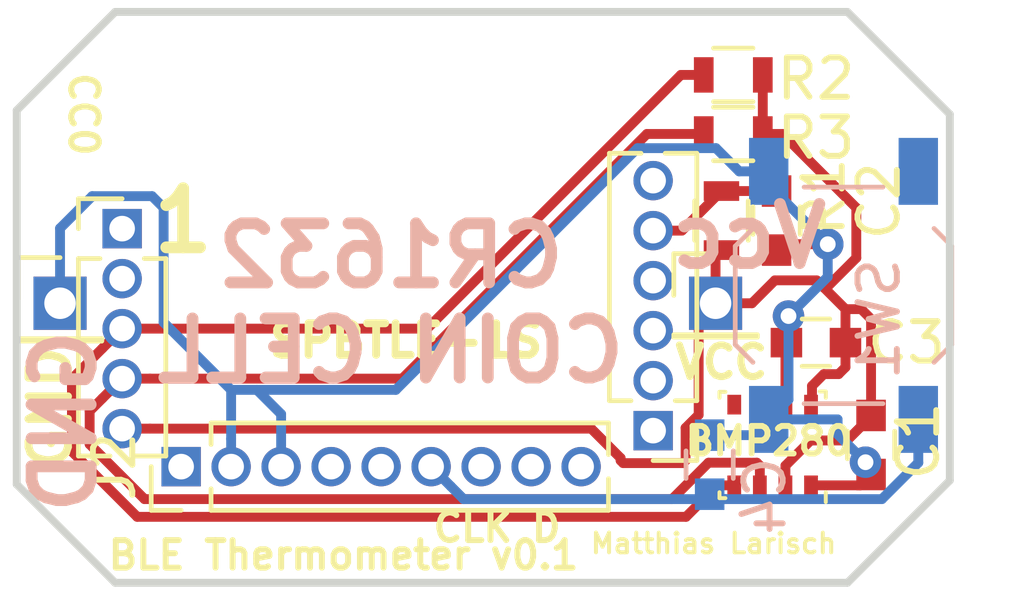
<source format=kicad_pcb>
(kicad_pcb (version 4) (host pcbnew 4.0.7)

  (general
    (links 0)
    (no_connects 3)
    (area 105.299999 107.399999 129.200001 122.100001)
    (thickness 1.6)
    (drawings 25)
    (tracks 113)
    (zones 0)
    (modules 14)
    (nets 7)
  )

  (page A4)
  (layers
    (0 F.Cu signal)
    (31 B.Cu signal)
    (32 B.Adhes user)
    (33 F.Adhes user)
    (34 B.Paste user)
    (35 F.Paste user)
    (36 B.SilkS user)
    (37 F.SilkS user)
    (38 B.Mask user)
    (39 F.Mask user)
    (40 Dwgs.User user)
    (41 Cmts.User user)
    (42 Eco1.User user)
    (43 Eco2.User user)
    (44 Edge.Cuts user)
    (45 Margin user)
    (46 B.CrtYd user)
    (47 F.CrtYd user)
    (48 B.Fab user hide)
    (49 F.Fab user hide)
  )

  (setup
    (last_trace_width 0.25)
    (trace_clearance 0.2)
    (zone_clearance 0.508)
    (zone_45_only no)
    (trace_min 0.2)
    (segment_width 0.2)
    (edge_width 0.2)
    (via_size 0.8)
    (via_drill 0.4)
    (via_min_size 0.4)
    (via_min_drill 0.3)
    (uvia_size 0.3)
    (uvia_drill 0.1)
    (uvias_allowed no)
    (uvia_min_size 0.2)
    (uvia_min_drill 0.1)
    (pcb_text_width 0.3)
    (pcb_text_size 1.5 1.5)
    (mod_edge_width 0.15)
    (mod_text_size 1 1)
    (mod_text_width 0.15)
    (pad_size 1.35 1.35)
    (pad_drill 0.8)
    (pad_to_mask_clearance 0.2)
    (aux_axis_origin 0 0)
    (visible_elements FFFFFF7F)
    (pcbplotparams
      (layerselection 0x010f0_80000001)
      (usegerberextensions false)
      (excludeedgelayer true)
      (linewidth 0.100000)
      (plotframeref false)
      (viasonmask false)
      (mode 1)
      (useauxorigin false)
      (hpglpennumber 1)
      (hpglpenspeed 20)
      (hpglpendiameter 15)
      (hpglpenoverlay 2)
      (psnegative false)
      (psa4output false)
      (plotreference true)
      (plotvalue true)
      (plotinvisibletext false)
      (padsonsilk false)
      (subtractmaskfromsilk false)
      (outputformat 1)
      (mirror false)
      (drillshape 0)
      (scaleselection 1)
      (outputdirectory out/))
  )

  (net 0 "")
  (net 1 VCC)
  (net 2 GND)
  (net 3 RESET_N)
  (net 4 "Net-(C4-Pad1)")
  (net 5 SCL)
  (net 6 SDA)

  (net_class Default "Dies ist die voreingestellte Netzklasse."
    (clearance 0.2)
    (trace_width 0.25)
    (via_dia 0.8)
    (via_drill 0.4)
    (uvia_dia 0.3)
    (uvia_drill 0.1)
    (add_net GND)
    (add_net "Net-(C4-Pad1)")
    (add_net RESET_N)
    (add_net SCL)
    (add_net SDA)
    (add_net VCC)
  )

  (module Pin_Headers:Pin_Header_Straight_1x05_Pitch1.27mm (layer F.Cu) (tedit 5AA54258) (tstamp 5AB9921C)
    (at 108.077 113.0046)
    (descr "Through hole straight pin header, 1x05, 1.27mm pitch, single row")
    (tags "Through hole pin header THT 1x05 1.27mm single row")
    (path /5AA41212)
    (fp_text reference J1 (at 0 -1.695) (layer F.SilkS) hide
      (effects (font (size 1 1) (thickness 0.15)))
    )
    (fp_text value Conn_01x05 (at 0 6.775) (layer F.Fab)
      (effects (font (size 1 1) (thickness 0.15)))
    )
    (fp_line (start -0.525 -0.635) (end 1.05 -0.635) (layer F.Fab) (width 0.1))
    (fp_line (start 1.05 -0.635) (end 1.05 5.715) (layer F.Fab) (width 0.1))
    (fp_line (start 1.05 5.715) (end -1.05 5.715) (layer F.Fab) (width 0.1))
    (fp_line (start -1.05 5.715) (end -1.05 -0.11) (layer F.Fab) (width 0.1))
    (fp_line (start -1.05 -0.11) (end -0.525 -0.635) (layer F.Fab) (width 0.1))
    (fp_line (start -1.11 5.775) (end -0.30753 5.775) (layer F.SilkS) (width 0.12))
    (fp_line (start 0.30753 5.775) (end 1.11 5.775) (layer F.SilkS) (width 0.12))
    (fp_line (start -1.11 0.76) (end -1.11 5.775) (layer F.SilkS) (width 0.12))
    (fp_line (start 1.11 0.76) (end 1.11 5.775) (layer F.SilkS) (width 0.12))
    (fp_line (start -1.11 0.76) (end -0.563471 0.76) (layer F.SilkS) (width 0.12))
    (fp_line (start 0.563471 0.76) (end 1.11 0.76) (layer F.SilkS) (width 0.12))
    (fp_line (start -1.11 0) (end -1.11 -0.76) (layer F.SilkS) (width 0.12))
    (fp_line (start -1.11 -0.76) (end 0 -0.76) (layer F.SilkS) (width 0.12))
    (fp_line (start -1.55 -1.15) (end -1.55 6.25) (layer F.CrtYd) (width 0.05))
    (fp_line (start -1.55 6.25) (end 1.55 6.25) (layer F.CrtYd) (width 0.05))
    (fp_line (start 1.55 6.25) (end 1.55 -1.15) (layer F.CrtYd) (width 0.05))
    (fp_line (start 1.55 -1.15) (end -1.55 -1.15) (layer F.CrtYd) (width 0.05))
    (fp_text user %R (at 0 2.54 90) (layer F.Fab)
      (effects (font (size 1 1) (thickness 0.15)))
    )
    (pad 1 thru_hole rect (at 0 0) (size 1 1) (drill 0.65) (layers *.Cu *.Mask))
    (pad 2 thru_hole oval (at 0 1.27) (size 1 1) (drill 0.65) (layers *.Cu *.Mask))
    (pad 3 thru_hole oval (at 0 2.54) (size 1 1) (drill 0.65) (layers *.Cu *.Mask)
      (net 5 SCL))
    (pad 4 thru_hole oval (at 0 3.81) (size 1 1) (drill 0.65) (layers *.Cu *.Mask)
      (net 6 SDA))
    (pad 5 thru_hole oval (at 0 5.08) (size 1 1) (drill 0.65) (layers *.Cu *.Mask)
      (net 1 VCC))
    (model ${KISYS3DMOD}/Pin_Headers.3dshapes/Pin_Header_Straight_1x05_Pitch1.27mm.wrl
      (at (xyz 0 0 0))
      (scale (xyz 1 1 1))
      (rotate (xyz 0 0 0))
    )
  )

  (module Pin_Headers:Pin_Header_Straight_1x09_Pitch1.27mm (layer F.Cu) (tedit 59650535) (tstamp 5AB99236)
    (at 109.5756 119.0498 90)
    (descr "Through hole straight pin header, 1x09, 1.27mm pitch, single row")
    (tags "Through hole pin header THT 1x09 1.27mm single row")
    (path /5AA41191)
    (fp_text reference J2 (at 0 -1.695 90) (layer F.SilkS)
      (effects (font (size 1 1) (thickness 0.15)))
    )
    (fp_text value Conn_01x09 (at 0 11.855 90) (layer F.Fab)
      (effects (font (size 1 1) (thickness 0.15)))
    )
    (fp_line (start -0.525 -0.635) (end 1.05 -0.635) (layer F.Fab) (width 0.1))
    (fp_line (start 1.05 -0.635) (end 1.05 10.795) (layer F.Fab) (width 0.1))
    (fp_line (start 1.05 10.795) (end -1.05 10.795) (layer F.Fab) (width 0.1))
    (fp_line (start -1.05 10.795) (end -1.05 -0.11) (layer F.Fab) (width 0.1))
    (fp_line (start -1.05 -0.11) (end -0.525 -0.635) (layer F.Fab) (width 0.1))
    (fp_line (start -1.11 10.855) (end -0.30753 10.855) (layer F.SilkS) (width 0.12))
    (fp_line (start 0.30753 10.855) (end 1.11 10.855) (layer F.SilkS) (width 0.12))
    (fp_line (start -1.11 0.76) (end -1.11 10.855) (layer F.SilkS) (width 0.12))
    (fp_line (start 1.11 0.76) (end 1.11 10.855) (layer F.SilkS) (width 0.12))
    (fp_line (start -1.11 0.76) (end -0.563471 0.76) (layer F.SilkS) (width 0.12))
    (fp_line (start 0.563471 0.76) (end 1.11 0.76) (layer F.SilkS) (width 0.12))
    (fp_line (start -1.11 0) (end -1.11 -0.76) (layer F.SilkS) (width 0.12))
    (fp_line (start -1.11 -0.76) (end 0 -0.76) (layer F.SilkS) (width 0.12))
    (fp_line (start -1.55 -1.15) (end -1.55 11.3) (layer F.CrtYd) (width 0.05))
    (fp_line (start -1.55 11.3) (end 1.55 11.3) (layer F.CrtYd) (width 0.05))
    (fp_line (start 1.55 11.3) (end 1.55 -1.15) (layer F.CrtYd) (width 0.05))
    (fp_line (start 1.55 -1.15) (end -1.55 -1.15) (layer F.CrtYd) (width 0.05))
    (fp_text user %R (at -0.254 4.9276 180) (layer F.Fab)
      (effects (font (size 1 1) (thickness 0.15)))
    )
    (pad 1 thru_hole rect (at 0 0 90) (size 1 1) (drill 0.65) (layers *.Cu *.Mask))
    (pad 2 thru_hole oval (at 0 1.27 90) (size 1 1) (drill 0.65) (layers *.Cu *.Mask)
      (net 2 GND))
    (pad 3 thru_hole oval (at 0 2.54 90) (size 1 1) (drill 0.65) (layers *.Cu *.Mask)
      (net 2 GND))
    (pad 4 thru_hole oval (at 0 3.81 90) (size 1 1) (drill 0.65) (layers *.Cu *.Mask))
    (pad 5 thru_hole oval (at 0 5.08 90) (size 1 1) (drill 0.65) (layers *.Cu *.Mask))
    (pad 6 thru_hole oval (at 0 6.35 90) (size 1 1) (drill 0.65) (layers *.Cu *.Mask)
      (net 4 "Net-(C4-Pad1)"))
    (pad 7 thru_hole oval (at 0 7.62 90) (size 1 1) (drill 0.65) (layers *.Cu *.Mask))
    (pad 8 thru_hole oval (at 0 8.89 90) (size 1 1) (drill 0.65) (layers *.Cu *.Mask))
    (pad 9 thru_hole oval (at 0 10.16 90) (size 1 1) (drill 0.65) (layers *.Cu *.Mask))
    (model ${KISYS3DMOD}/Pin_Headers.3dshapes/Pin_Header_Straight_1x09_Pitch1.27mm.wrl
      (at (xyz 0 0 0))
      (scale (xyz 1 1 1))
      (rotate (xyz 0 0 0))
    )
  )

  (module Pin_Headers:Pin_Header_Straight_1x06_Pitch1.27mm (layer F.Cu) (tedit 5AA54354) (tstamp 5AB99254)
    (at 121.5644 118.1354 180)
    (descr "Through hole straight pin header, 1x06, 1.27mm pitch, single row")
    (tags "Through hole pin header THT 1x06 1.27mm single row")
    (path /5AA418A4)
    (fp_text reference J3 (at 0 -1.695 180) (layer F.SilkS) hide
      (effects (font (size 1 1) (thickness 0.15)))
    )
    (fp_text value Conn_01x06 (at 0 8.045 180) (layer F.Fab)
      (effects (font (size 1 1) (thickness 0.15)))
    )
    (fp_line (start -0.525 -0.635) (end 1.05 -0.635) (layer F.Fab) (width 0.1))
    (fp_line (start 1.05 -0.635) (end 1.05 6.985) (layer F.Fab) (width 0.1))
    (fp_line (start 1.05 6.985) (end -1.05 6.985) (layer F.Fab) (width 0.1))
    (fp_line (start -1.05 6.985) (end -1.05 -0.11) (layer F.Fab) (width 0.1))
    (fp_line (start -1.05 -0.11) (end -0.525 -0.635) (layer F.Fab) (width 0.1))
    (fp_line (start -1.11 7.045) (end -0.30753 7.045) (layer F.SilkS) (width 0.12))
    (fp_line (start 0.30753 7.045) (end 1.11 7.045) (layer F.SilkS) (width 0.12))
    (fp_line (start -1.11 0.76) (end -1.11 7.045) (layer F.SilkS) (width 0.12))
    (fp_line (start 1.11 0.76) (end 1.11 7.045) (layer F.SilkS) (width 0.12))
    (fp_line (start -1.11 0.76) (end -0.563471 0.76) (layer F.SilkS) (width 0.12))
    (fp_line (start 0.563471 0.76) (end 1.11 0.76) (layer F.SilkS) (width 0.12))
    (fp_line (start -1.11 0) (end -1.11 -0.76) (layer F.SilkS) (width 0.12))
    (fp_line (start -1.11 -0.76) (end 0 -0.76) (layer F.SilkS) (width 0.12))
    (fp_line (start -1.55 -1.15) (end -1.55 7.5) (layer F.CrtYd) (width 0.05))
    (fp_line (start -1.55 7.5) (end 1.55 7.5) (layer F.CrtYd) (width 0.05))
    (fp_line (start 1.55 7.5) (end 1.55 -1.15) (layer F.CrtYd) (width 0.05))
    (fp_line (start 1.55 -1.15) (end -1.55 -1.15) (layer F.CrtYd) (width 0.05))
    (fp_text user %R (at 0 3.175 270) (layer F.Fab)
      (effects (font (size 1 1) (thickness 0.15)))
    )
    (pad 1 thru_hole rect (at 0 0 180) (size 1 1) (drill 0.65) (layers *.Cu *.Mask))
    (pad 2 thru_hole oval (at 0 1.27 180) (size 1 1) (drill 0.65) (layers *.Cu *.Mask))
    (pad 3 thru_hole oval (at 0 2.54 180) (size 1 1) (drill 0.65) (layers *.Cu *.Mask))
    (pad 4 thru_hole oval (at 0 3.81 180) (size 1 1) (drill 0.65) (layers *.Cu *.Mask))
    (pad 5 thru_hole oval (at 0 5.08 180) (size 1 1) (drill 0.65) (layers *.Cu *.Mask)
      (net 3 RESET_N))
    (pad 6 thru_hole oval (at 0 6.35 180) (size 1 1) (drill 0.65) (layers *.Cu *.Mask))
    (model ${KISYS3DMOD}/Pin_Headers.3dshapes/Pin_Header_Straight_1x06_Pitch1.27mm.wrl
      (at (xyz 0 0 0))
      (scale (xyz 1 1 1))
      (rotate (xyz 0 0 0))
    )
  )

  (module Housings_LGA:Bosch_LGA-8_2.5x2.5mm_Pitch0.65mm_ClockwisePinNumbering (layer F.Cu) (tedit 5AA5435A) (tstamp 5ABCBD38)
    (at 124.6 118.5 180)
    (descr LGA-8)
    (tags "lga land grid array")
    (path /5AA41D5A)
    (attr smd)
    (fp_text reference U1 (at 0.015 -2.465 180) (layer F.SilkS) hide
      (effects (font (size 1 1) (thickness 0.15)))
    )
    (fp_text value BME280 (at 0.015 2.535 180) (layer F.Fab) hide
      (effects (font (size 1 1) (thickness 0.15)))
    )
    (fp_text user %R (at 0 0 360) (layer F.Fab)
      (effects (font (size 0.5 0.5) (thickness 0.075)))
    )
    (fp_line (start -1.35 1.36) (end -1.2 1.36) (layer F.SilkS) (width 0.1))
    (fp_line (start -1.25 -0.5) (end -0.5 -1.25) (layer F.Fab) (width 0.1))
    (fp_line (start -1.35 1.35) (end -1.35 1.2) (layer F.SilkS) (width 0.1))
    (fp_line (start 1.35 1.35) (end 1.35 1.2) (layer F.SilkS) (width 0.1))
    (fp_line (start 1.35 1.35) (end 1.2 1.35) (layer F.SilkS) (width 0.1))
    (fp_line (start 1.2 -1.35) (end 1.35 -1.35) (layer F.SilkS) (width 0.1))
    (fp_line (start 1.35 -1.35) (end 1.35 -1.2) (layer F.SilkS) (width 0.1))
    (fp_line (start -1.35 -1.2) (end -1.35 -1.45) (layer F.SilkS) (width 0.1))
    (fp_line (start -1.25 1.25) (end -1.25 -0.5) (layer F.Fab) (width 0.1))
    (fp_line (start -0.5 -1.25) (end 1.25 -1.25) (layer F.Fab) (width 0.1))
    (fp_line (start 1.25 -1.25) (end 1.25 1.25) (layer F.Fab) (width 0.1))
    (fp_line (start 1.25 1.25) (end -1.25 1.25) (layer F.Fab) (width 0.1))
    (fp_line (start -1.41 1.54) (end -1.41 -1.54) (layer F.CrtYd) (width 0.05))
    (fp_line (start -1.41 -1.54) (end 1.41 -1.54) (layer F.CrtYd) (width 0.05))
    (fp_line (start 1.41 -1.54) (end 1.41 1.54) (layer F.CrtYd) (width 0.05))
    (fp_line (start 1.41 1.54) (end -1.41 1.54) (layer F.CrtYd) (width 0.05))
    (pad 4 smd rect (at 0.975 -1.025 270) (size 0.5 0.35) (layers F.Cu F.Paste F.Mask)
      (net 5 SCL))
    (pad 3 smd rect (at 0.325 -1.025 270) (size 0.5 0.35) (layers F.Cu F.Paste F.Mask)
      (net 6 SDA))
    (pad 2 smd rect (at -0.325 -1.025 270) (size 0.5 0.35) (layers F.Cu F.Paste F.Mask)
      (net 1 VCC))
    (pad 1 smd rect (at -0.975 -1.025 270) (size 0.5 0.35) (layers F.Cu F.Paste F.Mask)
      (net 2 GND))
    (pad 8 smd rect (at -0.975 1.025 270) (size 0.5 0.35) (layers F.Cu F.Paste F.Mask)
      (net 1 VCC))
    (pad 7 smd rect (at -0.325 1.025 270) (size 0.5 0.35) (layers F.Cu F.Paste F.Mask)
      (net 2 GND))
    (pad 6 smd rect (at 0.325 1.025 270) (size 0.5 0.35) (layers F.Cu F.Paste F.Mask)
      (net 1 VCC))
    (pad 5 smd rect (at 0.975 1.025 270) (size 0.5 0.35) (layers F.Cu F.Paste F.Mask)
      (net 1 VCC))
    (model ${KISYS3DMOD}/Housings_LGA.3dshapes/Bosch_LGA-8_2.5x2.5mm_Pitch0.65mm_ClockwisePinNumbering.wrl
      (at (xyz 0.0005905512 -0.0013779528 0))
      (scale (xyz 1 1 1))
      (rotate (xyz 0 0 0))
    )
  )

  (module Pin_Headers:Pin_Header_Straight_1x01_Pitch2.00mm (layer F.Cu) (tedit 5AA54366) (tstamp 5AD2DFD3)
    (at 123.15 114.7)
    (descr "Through hole straight pin header, 1x01, 2.00mm pitch, single row")
    (tags "Through hole pin header THT 1x01 2.00mm single row")
    (path /5AA53137)
    (fp_text reference J5 (at 0 -2.06) (layer F.SilkS) hide
      (effects (font (size 1 1) (thickness 0.15)))
    )
    (fp_text value Conn_01x01 (at 0 2.06) (layer F.Fab)
      (effects (font (size 1 1) (thickness 0.15)))
    )
    (fp_line (start -0.5 -1) (end 1 -1) (layer F.Fab) (width 0.1))
    (fp_line (start 1 -1) (end 1 1) (layer F.Fab) (width 0.1))
    (fp_line (start 1 1) (end -1 1) (layer F.Fab) (width 0.1))
    (fp_line (start -1 1) (end -1 -0.5) (layer F.Fab) (width 0.1))
    (fp_line (start -1 -0.5) (end -0.5 -1) (layer F.Fab) (width 0.1))
    (fp_line (start -1.06 1.06) (end 1.06 1.06) (layer F.SilkS) (width 0.12))
    (fp_line (start -1.06 1) (end -1.06 1.06) (layer F.SilkS) (width 0.12))
    (fp_line (start 1.06 1) (end 1.06 1.06) (layer F.SilkS) (width 0.12))
    (fp_line (start -1.06 1) (end 1.06 1) (layer F.SilkS) (width 0.12))
    (fp_line (start -1.06 0) (end -1.06 -1.06) (layer F.SilkS) (width 0.12))
    (fp_line (start -1.06 -1.06) (end 0 -1.06) (layer F.SilkS) (width 0.12))
    (fp_line (start -1.5 -1.5) (end -1.5 1.5) (layer F.CrtYd) (width 0.05))
    (fp_line (start -1.5 1.5) (end 1.5 1.5) (layer F.CrtYd) (width 0.05))
    (fp_line (start 1.5 1.5) (end 1.5 -1.5) (layer F.CrtYd) (width 0.05))
    (fp_line (start 1.5 -1.5) (end -1.5 -1.5) (layer F.CrtYd) (width 0.05))
    (fp_text user %R (at 0 0 90) (layer F.Fab)
      (effects (font (size 1 1) (thickness 0.15)))
    )
    (pad 1 thru_hole rect (at 0 0.2) (size 1.35 1.35) (drill 0.8) (layers *.Cu *.Mask)
      (net 1 VCC))
    (model ${KISYS3DMOD}/Pin_Headers.3dshapes/Pin_Header_Straight_1x01_Pitch2.00mm.wrl
      (at (xyz 0 0 0))
      (scale (xyz 1 1 1))
      (rotate (xyz 0 0 0))
    )
  )

  (module Pin_Headers:Pin_Header_Straight_1x01_Pitch2.00mm (layer F.Cu) (tedit 5AA59E39) (tstamp 5AD2DFE7)
    (at 106.5 114.8)
    (descr "Through hole straight pin header, 1x01, 2.00mm pitch, single row")
    (tags "Through hole pin header THT 1x01 2.00mm single row")
    (path /5AA5317A)
    (fp_text reference J6 (at 0 -2.06) (layer F.SilkS) hide
      (effects (font (size 1 1) (thickness 0.15)))
    )
    (fp_text value Conn_01x01 (at 0 2.06) (layer F.Fab)
      (effects (font (size 1 1) (thickness 0.15)))
    )
    (fp_line (start -0.5 -1) (end 1 -1) (layer F.Fab) (width 0.1))
    (fp_line (start 1 -1) (end 1 1) (layer F.Fab) (width 0.1))
    (fp_line (start 1 1) (end -1 1) (layer F.Fab) (width 0.1))
    (fp_line (start -1 1) (end -1 -0.5) (layer F.Fab) (width 0.1))
    (fp_line (start -1 -0.5) (end -0.5 -1) (layer F.Fab) (width 0.1))
    (fp_line (start -1.06 1.06) (end 1.06 1.06) (layer F.SilkS) (width 0.12))
    (fp_line (start -1.06 1) (end -1.06 1.06) (layer F.SilkS) (width 0.12))
    (fp_line (start 1.06 1) (end 1.06 1.06) (layer F.SilkS) (width 0.12))
    (fp_line (start -1.06 1) (end 1.06 1) (layer F.SilkS) (width 0.12))
    (fp_line (start -1.06 0) (end -1.06 -1.06) (layer F.SilkS) (width 0.12))
    (fp_line (start -1.06 -1.06) (end 0 -1.06) (layer F.SilkS) (width 0.12))
    (fp_line (start -1.5 -1.5) (end -1.5 1.5) (layer F.CrtYd) (width 0.05))
    (fp_line (start -1.5 1.5) (end 1.5 1.5) (layer F.CrtYd) (width 0.05))
    (fp_line (start 1.5 1.5) (end 1.5 -1.5) (layer F.CrtYd) (width 0.05))
    (fp_line (start 1.5 -1.5) (end -1.5 -1.5) (layer F.CrtYd) (width 0.05))
    (fp_text user %R (at 0 0 90) (layer F.Fab)
      (effects (font (size 1 1) (thickness 0.15)))
    )
    (pad 1 thru_hole rect (at 0 0.1) (size 1.35 1.35) (drill 0.8) (layers *.Cu *.Mask)
      (net 2 GND))
    (model ${KISYS3DMOD}/Pin_Headers.3dshapes/Pin_Header_Straight_1x01_Pitch2.00mm.wrl
      (at (xyz 0 0 0))
      (scale (xyz 1 1 1))
      (rotate (xyz 0 0 0))
    )
  )

  (module Buttons_Switches_SMD:SW_SPST_TL3342 (layer B.Cu) (tedit 58724C2D) (tstamp 5AD60E7E)
    (at 126.4 114.7 90)
    (descr "Low-profile SMD Tactile Switch, https://www.e-switch.com/system/asset/product_line/data_sheet/165/TL3342.pdf")
    (tags "SPST Tactile Switch")
    (path /5AA41A91)
    (attr smd)
    (fp_text reference SW1 (at -0.6 0.9 90) (layer B.SilkS)
      (effects (font (size 1 1) (thickness 0.15)) (justify mirror))
    )
    (fp_text value SW_Push (at 0 -3.75 90) (layer B.Fab)
      (effects (font (size 1 1) (thickness 0.15)) (justify mirror))
    )
    (fp_text user %R (at 0 3.75 90) (layer B.Fab)
      (effects (font (size 1 1) (thickness 0.15)) (justify mirror))
    )
    (fp_line (start 3.2 -2.1) (end 3.2 -1.6) (layer B.Fab) (width 0.1))
    (fp_line (start 3.2 2.1) (end 3.2 1.6) (layer B.Fab) (width 0.1))
    (fp_line (start -3.2 -2.1) (end -3.2 -1.6) (layer B.Fab) (width 0.1))
    (fp_line (start -3.2 2.1) (end -3.2 1.6) (layer B.Fab) (width 0.1))
    (fp_line (start 2.7 2.1) (end 2.7 1.6) (layer B.Fab) (width 0.1))
    (fp_line (start 1.7 2.1) (end 3.2 2.1) (layer B.Fab) (width 0.1))
    (fp_line (start 3.2 1.6) (end 2.2 1.6) (layer B.Fab) (width 0.1))
    (fp_line (start -2.7 2.1) (end -2.7 1.6) (layer B.Fab) (width 0.1))
    (fp_line (start -1.7 2.1) (end -3.2 2.1) (layer B.Fab) (width 0.1))
    (fp_line (start -3.2 1.6) (end -2.2 1.6) (layer B.Fab) (width 0.1))
    (fp_line (start -2.7 -2.1) (end -2.7 -1.6) (layer B.Fab) (width 0.1))
    (fp_line (start -3.2 -1.6) (end -2.2 -1.6) (layer B.Fab) (width 0.1))
    (fp_line (start -1.7 -2.1) (end -3.2 -2.1) (layer B.Fab) (width 0.1))
    (fp_line (start 1.7 -2.1) (end 3.2 -2.1) (layer B.Fab) (width 0.1))
    (fp_line (start 2.7 -2.1) (end 2.7 -1.6) (layer B.Fab) (width 0.1))
    (fp_line (start 3.2 -1.6) (end 2.2 -1.6) (layer B.Fab) (width 0.1))
    (fp_line (start -1.7 -2.3) (end -1.25 -2.75) (layer B.SilkS) (width 0.12))
    (fp_line (start 1.7 -2.3) (end 1.25 -2.75) (layer B.SilkS) (width 0.12))
    (fp_line (start 1.7 2.3) (end 1.25 2.75) (layer B.SilkS) (width 0.12))
    (fp_line (start -1.7 2.3) (end -1.25 2.75) (layer B.SilkS) (width 0.12))
    (fp_line (start -2 1) (end -1 2) (layer B.Fab) (width 0.1))
    (fp_line (start -1 2) (end 1 2) (layer B.Fab) (width 0.1))
    (fp_line (start 1 2) (end 2 1) (layer B.Fab) (width 0.1))
    (fp_line (start 2 1) (end 2 -1) (layer B.Fab) (width 0.1))
    (fp_line (start 2 -1) (end 1 -2) (layer B.Fab) (width 0.1))
    (fp_line (start 1 -2) (end -1 -2) (layer B.Fab) (width 0.1))
    (fp_line (start -1 -2) (end -2 -1) (layer B.Fab) (width 0.1))
    (fp_line (start -2 -1) (end -2 1) (layer B.Fab) (width 0.1))
    (fp_line (start 2.75 1) (end 2.75 -1) (layer B.SilkS) (width 0.12))
    (fp_line (start -1.25 -2.75) (end 1.25 -2.75) (layer B.SilkS) (width 0.12))
    (fp_line (start -2.75 1) (end -2.75 -1) (layer B.SilkS) (width 0.12))
    (fp_line (start -1.25 2.75) (end 1.25 2.75) (layer B.SilkS) (width 0.12))
    (fp_line (start -2.6 1.2) (end -2.6 -1.2) (layer B.Fab) (width 0.1))
    (fp_line (start -2.6 -1.2) (end -1.2 -2.6) (layer B.Fab) (width 0.1))
    (fp_line (start -1.2 -2.6) (end 1.2 -2.6) (layer B.Fab) (width 0.1))
    (fp_line (start 1.2 -2.6) (end 2.6 -1.2) (layer B.Fab) (width 0.1))
    (fp_line (start 2.6 -1.2) (end 2.6 1.2) (layer B.Fab) (width 0.1))
    (fp_line (start 2.6 1.2) (end 1.2 2.6) (layer B.Fab) (width 0.1))
    (fp_line (start 1.2 2.6) (end -1.2 2.6) (layer B.Fab) (width 0.1))
    (fp_line (start -1.2 2.6) (end -2.6 1.2) (layer B.Fab) (width 0.1))
    (fp_line (start -4.25 3) (end 4.25 3) (layer B.CrtYd) (width 0.05))
    (fp_line (start 4.25 3) (end 4.25 -3) (layer B.CrtYd) (width 0.05))
    (fp_line (start 4.25 -3) (end -4.25 -3) (layer B.CrtYd) (width 0.05))
    (fp_line (start -4.25 -3) (end -4.25 3) (layer B.CrtYd) (width 0.05))
    (fp_circle (center 0 0) (end 1 0) (layer B.Fab) (width 0.1))
    (pad 1 smd rect (at -3.15 1.9 90) (size 1.7 1) (layers B.Cu B.Paste B.Mask)
      (net 4 "Net-(C4-Pad1)"))
    (pad 1 smd rect (at 3.15 1.9 90) (size 1.7 1) (layers B.Cu B.Paste B.Mask)
      (net 4 "Net-(C4-Pad1)"))
    (pad 2 smd rect (at -3.15 -1.9 90) (size 1.7 1) (layers B.Cu B.Paste B.Mask)
      (net 2 GND))
    (pad 2 smd rect (at 3.15 -1.9 90) (size 1.7 1) (layers B.Cu B.Paste B.Mask)
      (net 2 GND))
    (model ${KISYS3DMOD}/Buttons_Switches_SMD.3dshapes/SW_SPST_TL3342.wrl
      (at (xyz 0 0 0))
      (scale (xyz 1 1 1))
      (rotate (xyz 0 0 0))
    )
  )

  (module Capacitors_SMD:C_0603 (layer F.Cu) (tedit 59958EE7) (tstamp 5AD93816)
    (at 127.1 118.5 270)
    (descr "Capacitor SMD 0603, reflow soldering, AVX (see smccp.pdf)")
    (tags "capacitor 0603")
    (path /5AA4213B)
    (attr smd)
    (fp_text reference C1 (at -0.1 -1.2 270) (layer F.SilkS)
      (effects (font (size 1 1) (thickness 0.15)))
    )
    (fp_text value 100n (at 0 1.5 270) (layer F.Fab)
      (effects (font (size 1 1) (thickness 0.15)))
    )
    (fp_line (start 1.4 0.65) (end -1.4 0.65) (layer F.CrtYd) (width 0.05))
    (fp_line (start 1.4 0.65) (end 1.4 -0.65) (layer F.CrtYd) (width 0.05))
    (fp_line (start -1.4 -0.65) (end -1.4 0.65) (layer F.CrtYd) (width 0.05))
    (fp_line (start -1.4 -0.65) (end 1.4 -0.65) (layer F.CrtYd) (width 0.05))
    (fp_line (start 0.35 0.6) (end -0.35 0.6) (layer F.SilkS) (width 0.12))
    (fp_line (start -0.35 -0.6) (end 0.35 -0.6) (layer F.SilkS) (width 0.12))
    (fp_line (start -0.8 -0.4) (end 0.8 -0.4) (layer F.Fab) (width 0.1))
    (fp_line (start 0.8 -0.4) (end 0.8 0.4) (layer F.Fab) (width 0.1))
    (fp_line (start 0.8 0.4) (end -0.8 0.4) (layer F.Fab) (width 0.1))
    (fp_line (start -0.8 0.4) (end -0.8 -0.4) (layer F.Fab) (width 0.1))
    (fp_text user %R (at 0 0 270) (layer F.Fab)
      (effects (font (size 0.3 0.3) (thickness 0.075)))
    )
    (pad 2 smd rect (at 0.75 0 270) (size 0.8 0.75) (layers F.Cu F.Paste F.Mask)
      (net 2 GND))
    (pad 1 smd rect (at -0.75 0 270) (size 0.8 0.75) (layers F.Cu F.Paste F.Mask)
      (net 1 VCC))
    (model Capacitors_SMD.3dshapes/C_0603.wrl
      (at (xyz 0 0 0))
      (scale (xyz 1 1 1))
      (rotate (xyz 0 0 0))
    )
  )

  (module Capacitors_SMD:C_0603 (layer F.Cu) (tedit 59958EE7) (tstamp 5AD9381B)
    (at 124.7 112.8 270)
    (descr "Capacitor SMD 0603, reflow soldering, AVX (see smccp.pdf)")
    (tags "capacitor 0603")
    (path /5AA4147F)
    (attr smd)
    (fp_text reference C2 (at -0.5 -2.6 270) (layer F.SilkS)
      (effects (font (size 1 1) (thickness 0.15)))
    )
    (fp_text value 10n (at 0 1.5 270) (layer F.Fab)
      (effects (font (size 1 1) (thickness 0.15)))
    )
    (fp_line (start 1.4 0.65) (end -1.4 0.65) (layer F.CrtYd) (width 0.05))
    (fp_line (start 1.4 0.65) (end 1.4 -0.65) (layer F.CrtYd) (width 0.05))
    (fp_line (start -1.4 -0.65) (end -1.4 0.65) (layer F.CrtYd) (width 0.05))
    (fp_line (start -1.4 -0.65) (end 1.4 -0.65) (layer F.CrtYd) (width 0.05))
    (fp_line (start 0.35 0.6) (end -0.35 0.6) (layer F.SilkS) (width 0.12))
    (fp_line (start -0.35 -0.6) (end 0.35 -0.6) (layer F.SilkS) (width 0.12))
    (fp_line (start -0.8 -0.4) (end 0.8 -0.4) (layer F.Fab) (width 0.1))
    (fp_line (start 0.8 -0.4) (end 0.8 0.4) (layer F.Fab) (width 0.1))
    (fp_line (start 0.8 0.4) (end -0.8 0.4) (layer F.Fab) (width 0.1))
    (fp_line (start -0.8 0.4) (end -0.8 -0.4) (layer F.Fab) (width 0.1))
    (fp_text user %R (at 0 0 270) (layer F.Fab)
      (effects (font (size 0.3 0.3) (thickness 0.075)))
    )
    (pad 2 smd rect (at 0.75 0 270) (size 0.8 0.75) (layers F.Cu F.Paste F.Mask)
      (net 2 GND))
    (pad 1 smd rect (at -0.75 0 270) (size 0.8 0.75) (layers F.Cu F.Paste F.Mask)
      (net 3 RESET_N))
    (model Capacitors_SMD.3dshapes/C_0603.wrl
      (at (xyz 0 0 0))
      (scale (xyz 1 1 1))
      (rotate (xyz 0 0 0))
    )
  )

  (module Capacitors_SMD:C_0603 (layer F.Cu) (tedit 59958EE7) (tstamp 5AD93820)
    (at 125.7 115.9 180)
    (descr "Capacitor SMD 0603, reflow soldering, AVX (see smccp.pdf)")
    (tags "capacitor 0603")
    (path /5AA42274)
    (attr smd)
    (fp_text reference C3 (at -2.3 0 180) (layer F.SilkS)
      (effects (font (size 1 1) (thickness 0.15)))
    )
    (fp_text value 100n (at 0 1.5 180) (layer F.Fab)
      (effects (font (size 1 1) (thickness 0.15)))
    )
    (fp_line (start 1.4 0.65) (end -1.4 0.65) (layer F.CrtYd) (width 0.05))
    (fp_line (start 1.4 0.65) (end 1.4 -0.65) (layer F.CrtYd) (width 0.05))
    (fp_line (start -1.4 -0.65) (end -1.4 0.65) (layer F.CrtYd) (width 0.05))
    (fp_line (start -1.4 -0.65) (end 1.4 -0.65) (layer F.CrtYd) (width 0.05))
    (fp_line (start 0.35 0.6) (end -0.35 0.6) (layer F.SilkS) (width 0.12))
    (fp_line (start -0.35 -0.6) (end 0.35 -0.6) (layer F.SilkS) (width 0.12))
    (fp_line (start -0.8 -0.4) (end 0.8 -0.4) (layer F.Fab) (width 0.1))
    (fp_line (start 0.8 -0.4) (end 0.8 0.4) (layer F.Fab) (width 0.1))
    (fp_line (start 0.8 0.4) (end -0.8 0.4) (layer F.Fab) (width 0.1))
    (fp_line (start -0.8 0.4) (end -0.8 -0.4) (layer F.Fab) (width 0.1))
    (fp_text user %R (at 0 0 180) (layer F.Fab)
      (effects (font (size 0.3 0.3) (thickness 0.075)))
    )
    (pad 2 smd rect (at 0.75 0 180) (size 0.8 0.75) (layers F.Cu F.Paste F.Mask)
      (net 2 GND))
    (pad 1 smd rect (at -0.75 0 180) (size 0.8 0.75) (layers F.Cu F.Paste F.Mask)
      (net 1 VCC))
    (model Capacitors_SMD.3dshapes/C_0603.wrl
      (at (xyz 0 0 0))
      (scale (xyz 1 1 1))
      (rotate (xyz 0 0 0))
    )
  )

  (module Capacitors_SMD:C_0603 (layer B.Cu) (tedit 59958EE7) (tstamp 5AD93825)
    (at 123 119 90)
    (descr "Capacitor SMD 0603, reflow soldering, AVX (see smccp.pdf)")
    (tags "capacitor 0603")
    (path /5AA42535)
    (attr smd)
    (fp_text reference C4 (at -0.8 1.4 90) (layer B.SilkS)
      (effects (font (size 1 1) (thickness 0.15)) (justify mirror))
    )
    (fp_text value 10n (at 0 -1.5 90) (layer B.Fab)
      (effects (font (size 1 1) (thickness 0.15)) (justify mirror))
    )
    (fp_line (start 1.4 -0.65) (end -1.4 -0.65) (layer B.CrtYd) (width 0.05))
    (fp_line (start 1.4 -0.65) (end 1.4 0.65) (layer B.CrtYd) (width 0.05))
    (fp_line (start -1.4 0.65) (end -1.4 -0.65) (layer B.CrtYd) (width 0.05))
    (fp_line (start -1.4 0.65) (end 1.4 0.65) (layer B.CrtYd) (width 0.05))
    (fp_line (start 0.35 -0.6) (end -0.35 -0.6) (layer B.SilkS) (width 0.12))
    (fp_line (start -0.35 0.6) (end 0.35 0.6) (layer B.SilkS) (width 0.12))
    (fp_line (start -0.8 0.4) (end 0.8 0.4) (layer B.Fab) (width 0.1))
    (fp_line (start 0.8 0.4) (end 0.8 -0.4) (layer B.Fab) (width 0.1))
    (fp_line (start 0.8 -0.4) (end -0.8 -0.4) (layer B.Fab) (width 0.1))
    (fp_line (start -0.8 -0.4) (end -0.8 0.4) (layer B.Fab) (width 0.1))
    (fp_text user %R (at 0 0 90) (layer B.Fab)
      (effects (font (size 0.3 0.3) (thickness 0.075)) (justify mirror))
    )
    (pad 2 smd rect (at 0.75 0 90) (size 0.8 0.75) (layers B.Cu B.Paste B.Mask)
      (net 2 GND))
    (pad 1 smd rect (at -0.75 0 90) (size 0.8 0.75) (layers B.Cu B.Paste B.Mask)
      (net 4 "Net-(C4-Pad1)"))
    (model Capacitors_SMD.3dshapes/C_0603.wrl
      (at (xyz 0 0 0))
      (scale (xyz 1 1 1))
      (rotate (xyz 0 0 0))
    )
  )

  (module Resistors_SMD:R_0603 (layer F.Cu) (tedit 58E0A804) (tstamp 5AD9382A)
    (at 123.3 112.8 90)
    (descr "Resistor SMD 0603, reflow soldering, Vishay (see dcrcw.pdf)")
    (tags "resistor 0603")
    (path /5AA41434)
    (attr smd)
    (fp_text reference R1 (at 0.6 2.6 90) (layer F.SilkS)
      (effects (font (size 1 1) (thickness 0.15)))
    )
    (fp_text value 47k (at 0 1.5 90) (layer F.Fab)
      (effects (font (size 1 1) (thickness 0.15)))
    )
    (fp_text user %R (at 0 0 90) (layer F.Fab)
      (effects (font (size 0.4 0.4) (thickness 0.075)))
    )
    (fp_line (start -0.8 0.4) (end -0.8 -0.4) (layer F.Fab) (width 0.1))
    (fp_line (start 0.8 0.4) (end -0.8 0.4) (layer F.Fab) (width 0.1))
    (fp_line (start 0.8 -0.4) (end 0.8 0.4) (layer F.Fab) (width 0.1))
    (fp_line (start -0.8 -0.4) (end 0.8 -0.4) (layer F.Fab) (width 0.1))
    (fp_line (start 0.5 0.68) (end -0.5 0.68) (layer F.SilkS) (width 0.12))
    (fp_line (start -0.5 -0.68) (end 0.5 -0.68) (layer F.SilkS) (width 0.12))
    (fp_line (start -1.25 -0.7) (end 1.25 -0.7) (layer F.CrtYd) (width 0.05))
    (fp_line (start -1.25 -0.7) (end -1.25 0.7) (layer F.CrtYd) (width 0.05))
    (fp_line (start 1.25 0.7) (end 1.25 -0.7) (layer F.CrtYd) (width 0.05))
    (fp_line (start 1.25 0.7) (end -1.25 0.7) (layer F.CrtYd) (width 0.05))
    (pad 1 smd rect (at -0.75 0 90) (size 0.5 0.9) (layers F.Cu F.Paste F.Mask)
      (net 1 VCC))
    (pad 2 smd rect (at 0.75 0 90) (size 0.5 0.9) (layers F.Cu F.Paste F.Mask)
      (net 3 RESET_N))
    (model ${KISYS3DMOD}/Resistors_SMD.3dshapes/R_0603.wrl
      (at (xyz 0 0 0))
      (scale (xyz 1 1 1))
      (rotate (xyz 0 0 0))
    )
  )

  (module Resistors_SMD:R_0603 (layer F.Cu) (tedit 58E0A804) (tstamp 5AD9382F)
    (at 123.6 109.1 180)
    (descr "Resistor SMD 0603, reflow soldering, Vishay (see dcrcw.pdf)")
    (tags "resistor 0603")
    (path /5AA42C56)
    (attr smd)
    (fp_text reference R2 (at -2.1 -0.1 180) (layer F.SilkS)
      (effects (font (size 1 1) (thickness 0.15)))
    )
    (fp_text value 2k2 (at 0 1.5 180) (layer F.Fab)
      (effects (font (size 1 1) (thickness 0.15)))
    )
    (fp_text user %R (at 0 0 180) (layer F.Fab)
      (effects (font (size 0.4 0.4) (thickness 0.075)))
    )
    (fp_line (start -0.8 0.4) (end -0.8 -0.4) (layer F.Fab) (width 0.1))
    (fp_line (start 0.8 0.4) (end -0.8 0.4) (layer F.Fab) (width 0.1))
    (fp_line (start 0.8 -0.4) (end 0.8 0.4) (layer F.Fab) (width 0.1))
    (fp_line (start -0.8 -0.4) (end 0.8 -0.4) (layer F.Fab) (width 0.1))
    (fp_line (start 0.5 0.68) (end -0.5 0.68) (layer F.SilkS) (width 0.12))
    (fp_line (start -0.5 -0.68) (end 0.5 -0.68) (layer F.SilkS) (width 0.12))
    (fp_line (start -1.25 -0.7) (end 1.25 -0.7) (layer F.CrtYd) (width 0.05))
    (fp_line (start -1.25 -0.7) (end -1.25 0.7) (layer F.CrtYd) (width 0.05))
    (fp_line (start 1.25 0.7) (end 1.25 -0.7) (layer F.CrtYd) (width 0.05))
    (fp_line (start 1.25 0.7) (end -1.25 0.7) (layer F.CrtYd) (width 0.05))
    (pad 1 smd rect (at -0.75 0 180) (size 0.5 0.9) (layers F.Cu F.Paste F.Mask)
      (net 1 VCC))
    (pad 2 smd rect (at 0.75 0 180) (size 0.5 0.9) (layers F.Cu F.Paste F.Mask)
      (net 5 SCL))
    (model ${KISYS3DMOD}/Resistors_SMD.3dshapes/R_0603.wrl
      (at (xyz 0 0 0))
      (scale (xyz 1 1 1))
      (rotate (xyz 0 0 0))
    )
  )

  (module Resistors_SMD:R_0603 (layer F.Cu) (tedit 58E0A804) (tstamp 5AD93834)
    (at 123.6 110.6 180)
    (descr "Resistor SMD 0603, reflow soldering, Vishay (see dcrcw.pdf)")
    (tags "resistor 0603")
    (path /5AA42D40)
    (attr smd)
    (fp_text reference R3 (at -2.1 -0.1 180) (layer F.SilkS)
      (effects (font (size 1 1) (thickness 0.15)))
    )
    (fp_text value 2k2 (at 0 1.5 180) (layer F.Fab)
      (effects (font (size 1 1) (thickness 0.15)))
    )
    (fp_text user %R (at 0 0 180) (layer F.Fab)
      (effects (font (size 0.4 0.4) (thickness 0.075)))
    )
    (fp_line (start -0.8 0.4) (end -0.8 -0.4) (layer F.Fab) (width 0.1))
    (fp_line (start 0.8 0.4) (end -0.8 0.4) (layer F.Fab) (width 0.1))
    (fp_line (start 0.8 -0.4) (end 0.8 0.4) (layer F.Fab) (width 0.1))
    (fp_line (start -0.8 -0.4) (end 0.8 -0.4) (layer F.Fab) (width 0.1))
    (fp_line (start 0.5 0.68) (end -0.5 0.68) (layer F.SilkS) (width 0.12))
    (fp_line (start -0.5 -0.68) (end 0.5 -0.68) (layer F.SilkS) (width 0.12))
    (fp_line (start -1.25 -0.7) (end 1.25 -0.7) (layer F.CrtYd) (width 0.05))
    (fp_line (start -1.25 -0.7) (end -1.25 0.7) (layer F.CrtYd) (width 0.05))
    (fp_line (start 1.25 0.7) (end 1.25 -0.7) (layer F.CrtYd) (width 0.05))
    (fp_line (start 1.25 0.7) (end -1.25 0.7) (layer F.CrtYd) (width 0.05))
    (pad 1 smd rect (at -0.75 0 180) (size 0.5 0.9) (layers F.Cu F.Paste F.Mask)
      (net 1 VCC))
    (pad 2 smd rect (at 0.75 0 180) (size 0.5 0.9) (layers F.Cu F.Paste F.Mask)
      (net 6 SDA))
    (model ${KISYS3DMOD}/Resistors_SMD.3dshapes/R_0603.wrl
      (at (xyz 0 0 0))
      (scale (xyz 1 1 1))
      (rotate (xyz 0 0 0))
    )
  )

  (gr_text "Matthias Larisch" (at 123.1 121) (layer F.SilkS)
    (effects (font (size 0.5 0.5) (thickness 0.1)))
  )
  (gr_text CC0 (at 107.1 110.1 270) (layer F.SilkS)
    (effects (font (size 0.7 0.7) (thickness 0.15)))
  )
  (gr_text "BLE Thermometer v0.1" (at 113.7 121.3) (layer F.SilkS)
    (effects (font (size 0.7 0.7) (thickness 0.15)))
  )
  (gr_line (start 129.1 119.4) (end 126.5 122) (layer Edge.Cuts) (width 0.2) (tstamp 5AD9399F))
  (gr_line (start 129.1 110.1) (end 126.5 107.5) (layer Edge.Cuts) (width 0.2))
  (gr_line (start 105.4 119.5) (end 107.9 122) (layer Edge.Cuts) (width 0.2) (tstamp 5AD9398C))
  (gr_line (start 105.4 110) (end 107.9 107.5) (layer Edge.Cuts) (width 0.2))
  (gr_text GND (at 106.6 117.9 90) (layer B.SilkS)
    (effects (font (size 1.5 1.5) (thickness 0.3)) (justify mirror))
  )
  (gr_circle (center 114.8 114.7) (end 120.6 119.3) (layer Dwgs.User) (width 0.2))
  (gr_line (start 108.018818 107.53635) (end 108.018818 119.03635) (layer Dwgs.User) (width 0.2))
  (gr_line (start 121.518818 119.03635) (end 121.518818 107.53635) (layer Dwgs.User) (width 0.2))
  (gr_line (start 108.018818 107.53635) (end 121.518818 107.53635) (layer Dwgs.User) (width 0.2) (tstamp 5AD2E636))
  (gr_line (start 108.018818 119.03635) (end 121.518818 119.03635) (layer Dwgs.User) (width 0.2))
  (gr_text Vcc (at 124 113.2) (layer B.SilkS)
    (effects (font (size 1.5 1.5) (thickness 0.3)) (justify mirror))
  )
  (gr_text "CR1632\nCOIN CELL" (at 114.9 114.9) (layer B.SilkS)
    (effects (font (size 1.5 1.5) (thickness 0.3)) (justify mirror))
  )
  (gr_text BMP280 (at 124.5 118.4) (layer F.SilkS)
    (effects (font (size 0.7 0.7) (thickness 0.15)))
  )
  (gr_text VCC (at 123.3 116.4) (layer F.SilkS)
    (effects (font (size 0.8 0.8) (thickness 0.18)))
  )
  (gr_text "CLK D" (at 117.6 120.6) (layer F.SilkS)
    (effects (font (size 0.7 0.7) (thickness 0.15)))
  )
  (gr_text GND (at 106.2482 117.5512 90) (layer F.SilkS)
    (effects (font (size 1 1) (thickness 0.2)))
  )
  (gr_text 1 (at 109.6264 112.8014) (layer F.SilkS)
    (effects (font (size 1.5 1.5) (thickness 0.3)))
  )
  (gr_text SPBTLE-1S (at 115.2906 115.8494) (layer F.SilkS)
    (effects (font (size 0.8 0.8) (thickness 0.2)))
  )
  (gr_line (start 105.4 110) (end 105.4 119.5) (layer Edge.Cuts) (width 0.2))
  (gr_line (start 126.5 107.5) (end 107.9 107.5) (layer Edge.Cuts) (width 0.2))
  (gr_line (start 129.1 119.4) (end 129.1 110.1) (layer Edge.Cuts) (width 0.2))
  (gr_line (start 107.9 122) (end 126.5 122) (layer Edge.Cuts) (width 0.2))

  (segment (start 123.15 114.9) (end 124.075 114.9) (width 0.25) (layer F.Cu) (net 1))
  (segment (start 124.075 114.9) (end 124.656676 114.318324) (width 0.25) (layer F.Cu) (net 1))
  (segment (start 125.718769 114.318324) (end 125.900445 114.5) (width 0.25) (layer F.Cu) (net 1))
  (segment (start 124.656676 114.318324) (end 125.718769 114.318324) (width 0.25) (layer F.Cu) (net 1))
  (segment (start 124.35 110.6) (end 124.35 109.1) (width 0.25) (layer F.Cu) (net 1))
  (segment (start 125.900445 114.5) (end 125.973002 114.5) (width 0.25) (layer F.Cu) (net 1))
  (segment (start 125.973002 114.5) (end 126.725001 113.748001) (width 0.25) (layer F.Cu) (net 1))
  (segment (start 124.85 110.6) (end 124.35 110.6) (width 0.25) (layer F.Cu) (net 1))
  (segment (start 126.725001 113.748001) (end 126.725001 112.475001) (width 0.25) (layer F.Cu) (net 1))
  (segment (start 126.725001 112.475001) (end 124.85 110.6) (width 0.25) (layer F.Cu) (net 1))
  (segment (start 123.15 114.9) (end 122.720995 115.329005) (width 0.25) (layer F.Cu) (net 1))
  (segment (start 122.720995 115.329005) (end 122.720995 117.733931) (width 0.25) (layer F.Cu) (net 1))
  (segment (start 120.739399 118.895401) (end 120.739399 118.832597) (width 0.25) (layer F.Cu) (net 1))
  (segment (start 119.991402 118.0846) (end 108.784106 118.0846) (width 0.25) (layer F.Cu) (net 1))
  (segment (start 122.720995 117.733931) (end 122.389401 118.065525) (width 0.25) (layer F.Cu) (net 1))
  (segment (start 122.389401 118.065525) (end 122.389401 118.895401) (width 0.25) (layer F.Cu) (net 1))
  (segment (start 122.389401 118.895401) (end 122.324401 118.960401) (width 0.25) (layer F.Cu) (net 1))
  (segment (start 122.324401 118.960401) (end 120.804399 118.960401) (width 0.25) (layer F.Cu) (net 1))
  (segment (start 108.784106 118.0846) (end 108.077 118.0846) (width 0.25) (layer F.Cu) (net 1))
  (segment (start 120.804399 118.960401) (end 120.739399 118.895401) (width 0.25) (layer F.Cu) (net 1))
  (segment (start 120.739399 118.832597) (end 119.991402 118.0846) (width 0.25) (layer F.Cu) (net 1))
  (segment (start 123.15 114.9) (end 123.15 113.7) (width 0.25) (layer F.Cu) (net 1))
  (segment (start 123.15 113.7) (end 123.3 113.55) (width 0.25) (layer F.Cu) (net 1))
  (segment (start 124.925 119.525) (end 124.925 119.025) (width 0.25) (layer F.Cu) (net 1))
  (segment (start 124.925 119.025) (end 125.564825 118.385175) (width 0.25) (layer F.Cu) (net 1))
  (segment (start 125.564825 118.385175) (end 126.489825 118.385175) (width 0.25) (layer F.Cu) (net 1))
  (segment (start 126.489825 118.385175) (end 127.1 117.775) (width 0.25) (layer F.Cu) (net 1))
  (segment (start 127.1 117.775) (end 127.1 117.75) (width 0.25) (layer F.Cu) (net 1))
  (segment (start 126.849555 115.049555) (end 127.1 115.3) (width 0.25) (layer F.Cu) (net 1))
  (segment (start 127.1 115.3) (end 127.1 117.75) (width 0.25) (layer F.Cu) (net 1))
  (segment (start 126.45 115.049555) (end 126.849555 115.049555) (width 0.25) (layer F.Cu) (net 1))
  (segment (start 125.9 116.7) (end 126.275 116.7) (width 0.25) (layer F.Cu) (net 1))
  (segment (start 126.275 116.7) (end 126.45 116.525) (width 0.25) (layer F.Cu) (net 1))
  (segment (start 126.45 116.525) (end 126.45 115.9) (width 0.25) (layer F.Cu) (net 1))
  (segment (start 125.6 117) (end 125.9 116.7) (width 0.25) (layer F.Cu) (net 1))
  (segment (start 125.6 117.375) (end 125.6 117) (width 0.25) (layer F.Cu) (net 1))
  (segment (start 125.575 117.475) (end 125.575 117.4) (width 0.25) (layer F.Cu) (net 1))
  (segment (start 125.575 117.4) (end 125.6 117.375) (width 0.25) (layer F.Cu) (net 1))
  (segment (start 125.900445 114.5) (end 126.45 115.049555) (width 0.25) (layer F.Cu) (net 1))
  (segment (start 126.45 115.049555) (end 126.45 115.9) (width 0.25) (layer F.Cu) (net 1))
  (segment (start 123 118.25) (end 124.1 118.25) (width 0.25) (layer B.Cu) (net 2))
  (segment (start 124.1 118.25) (end 124.5 117.85) (width 0.25) (layer B.Cu) (net 2))
  (segment (start 126.25 117.85) (end 126.25 118.228094) (width 0.25) (layer B.Cu) (net 2))
  (segment (start 126.25 118.228094) (end 126.959434 118.937528) (width 0.25) (layer B.Cu) (net 2))
  (via (at 126.959434 118.937528) (size 0.8) (drill 0.4) (layers F.Cu B.Cu) (net 2))
  (segment (start 127.15 119.3) (end 127.1 119.25) (width 0.25) (layer F.Cu) (net 2))
  (segment (start 124.5 117.85) (end 126.25 117.85) (width 0.25) (layer B.Cu) (net 2))
  (segment (start 125.002945 115.225) (end 125.002945 117.347055) (width 0.25) (layer B.Cu) (net 2))
  (segment (start 125.002945 117.347055) (end 124.5 117.85) (width 0.25) (layer B.Cu) (net 2))
  (segment (start 125.575 119.525) (end 126.825 119.525) (width 0.25) (layer F.Cu) (net 2))
  (segment (start 126.825 119.525) (end 127.1 119.25) (width 0.25) (layer F.Cu) (net 2))
  (segment (start 124.925 117.475) (end 124.925 115.925) (width 0.25) (layer F.Cu) (net 2))
  (segment (start 124.925 115.925) (end 124.95 115.9) (width 0.25) (layer F.Cu) (net 2))
  (segment (start 125.002945 115.225) (end 125.002945 115.847055) (width 0.25) (layer F.Cu) (net 2))
  (segment (start 125.002945 115.847055) (end 124.95 115.9) (width 0.25) (layer F.Cu) (net 2))
  (segment (start 126 113.4) (end 126 114.227945) (width 0.25) (layer B.Cu) (net 2))
  (segment (start 126 114.227945) (end 125.002945 115.225) (width 0.25) (layer B.Cu) (net 2))
  (via (at 125.002945 115.225) (size 0.8) (drill 0.4) (layers F.Cu B.Cu) (net 2))
  (segment (start 126 113.4) (end 124.85 113.4) (width 0.25) (layer F.Cu) (net 2))
  (segment (start 124.85 113.4) (end 124.7 113.55) (width 0.25) (layer F.Cu) (net 2))
  (segment (start 124.5 111.55) (end 124.5 111.9) (width 0.25) (layer B.Cu) (net 2))
  (segment (start 124.5 111.9) (end 126 113.4) (width 0.25) (layer B.Cu) (net 2))
  (via (at 126 113.4) (size 0.8) (drill 0.4) (layers F.Cu B.Cu) (net 2))
  (segment (start 111.5 117.1) (end 115.028798 117.1) (width 0.25) (layer B.Cu) (net 2))
  (segment (start 115.028798 117.1) (end 121.168399 110.960399) (width 0.25) (layer B.Cu) (net 2))
  (segment (start 121.168399 110.960399) (end 123.160399 110.960399) (width 0.25) (layer B.Cu) (net 2))
  (segment (start 123.160399 110.960399) (end 123.75 111.55) (width 0.25) (layer B.Cu) (net 2))
  (segment (start 123.75 111.55) (end 124.5 111.55) (width 0.25) (layer B.Cu) (net 2))
  (segment (start 106.5 114.9) (end 106.5 112.996598) (width 0.25) (layer B.Cu) (net 2))
  (segment (start 109.130815 112.473413) (end 109.130815 115.385215) (width 0.25) (layer B.Cu) (net 2))
  (segment (start 106.5 112.996598) (end 107.316999 112.179599) (width 0.25) (layer B.Cu) (net 2))
  (segment (start 107.316999 112.179599) (end 108.837001 112.179599) (width 0.25) (layer B.Cu) (net 2))
  (segment (start 108.837001 112.179599) (end 109.130815 112.473413) (width 0.25) (layer B.Cu) (net 2))
  (segment (start 109.130815 115.385215) (end 110.8456 117.1) (width 0.25) (layer B.Cu) (net 2))
  (segment (start 112.1156 117.7156) (end 111.5 117.1) (width 0.25) (layer B.Cu) (net 2))
  (segment (start 110.8456 117.1) (end 110.8456 118.342694) (width 0.25) (layer B.Cu) (net 2))
  (segment (start 111.5 117.1) (end 110.8456 117.1) (width 0.25) (layer B.Cu) (net 2))
  (segment (start 112.1156 119.0498) (end 112.1156 117.7156) (width 0.25) (layer B.Cu) (net 2))
  (segment (start 110.8456 118.342694) (end 110.8456 119.0498) (width 0.25) (layer B.Cu) (net 2))
  (segment (start 123.3 112.05) (end 124.7 112.05) (width 0.25) (layer F.Cu) (net 3))
  (segment (start 121.5644 113.0554) (end 122.2946 113.0554) (width 0.25) (layer F.Cu) (net 3))
  (segment (start 122.2946 113.0554) (end 123.3 112.05) (width 0.25) (layer F.Cu) (net 3))
  (segment (start 123.4 119.874801) (end 116.750601 119.874801) (width 0.25) (layer B.Cu) (net 4))
  (segment (start 127.375199 119.874801) (end 123.4 119.874801) (width 0.25) (layer B.Cu) (net 4))
  (segment (start 123.4 119.874801) (end 123.124801 119.874801) (width 0.25) (layer B.Cu) (net 4))
  (segment (start 123.124801 119.874801) (end 123 119.75) (width 0.25) (layer B.Cu) (net 4))
  (segment (start 128.3 117.85) (end 128.3 118.95) (width 0.25) (layer B.Cu) (net 4))
  (segment (start 128.3 118.95) (end 127.375199 119.874801) (width 0.25) (layer B.Cu) (net 4))
  (segment (start 116.750601 119.874801) (end 116.425599 119.549799) (width 0.25) (layer B.Cu) (net 4))
  (segment (start 116.425599 119.549799) (end 115.9256 119.0498) (width 0.25) (layer B.Cu) (net 4))
  (segment (start 108.077 115.5446) (end 115.825138 115.5446) (width 0.25) (layer F.Cu) (net 5))
  (segment (start 122.269738 109.1) (end 122.85 109.1) (width 0.25) (layer F.Cu) (net 5))
  (segment (start 115.825138 115.5446) (end 122.269738 109.1) (width 0.25) (layer F.Cu) (net 5))
  (segment (start 123.625 119.525) (end 123.2 119.525) (width 0.25) (layer F.Cu) (net 5))
  (segment (start 123.2 119.525) (end 122.400189 120.324811) (width 0.25) (layer F.Cu) (net 5))
  (segment (start 122.400189 120.324811) (end 108.459798 120.32481) (width 0.25) (layer F.Cu) (net 5))
  (segment (start 108.459798 120.32481) (end 106.801989 118.667001) (width 0.25) (layer F.Cu) (net 5))
  (segment (start 106.801989 118.667001) (end 106.801989 116.819611) (width 0.25) (layer F.Cu) (net 5))
  (segment (start 106.801989 116.819611) (end 107.577001 116.044599) (width 0.25) (layer F.Cu) (net 5))
  (segment (start 107.577001 116.044599) (end 108.077 115.5446) (width 0.25) (layer F.Cu) (net 5))
  (segment (start 108.784106 116.8146) (end 108.077 116.8146) (width 0.25) (layer F.Cu) (net 6))
  (segment (start 115.191548 116.8146) (end 108.784106 116.8146) (width 0.25) (layer F.Cu) (net 6))
  (segment (start 121.406148 110.6) (end 115.191548 116.8146) (width 0.25) (layer F.Cu) (net 6))
  (segment (start 122.85 110.6) (end 121.406148 110.6) (width 0.25) (layer F.Cu) (net 6))
  (segment (start 124.275 119.525) (end 124.275 119.025) (width 0.25) (layer F.Cu) (net 6))
  (segment (start 124.275 119.025) (end 124.199999 118.949999) (width 0.25) (layer F.Cu) (net 6))
  (segment (start 124.199999 118.949999) (end 122.971213 118.949999) (width 0.25) (layer F.Cu) (net 6))
  (segment (start 122.971213 118.949999) (end 122.046411 119.874801) (width 0.25) (layer F.Cu) (net 6))
  (segment (start 122.046411 119.874801) (end 108.646199 119.874801) (width 0.25) (layer F.Cu) (net 6))
  (segment (start 108.646199 119.874801) (end 107.251999 118.480601) (width 0.25) (layer F.Cu) (net 6))
  (segment (start 107.251999 118.480601) (end 107.251999 117.639601) (width 0.25) (layer F.Cu) (net 6))
  (segment (start 107.251999 117.639601) (end 107.577001 117.314599) (width 0.25) (layer F.Cu) (net 6))
  (segment (start 107.577001 117.314599) (end 108.077 116.8146) (width 0.25) (layer F.Cu) (net 6))

)

</source>
